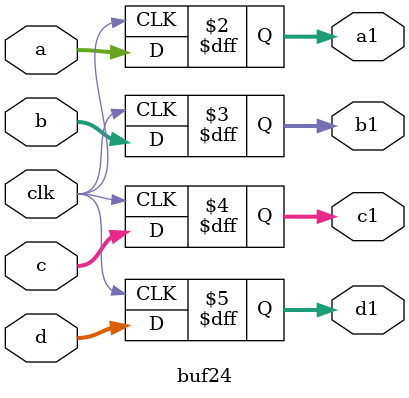
<source format=v>
`timescale 1ns / 1ps
module buf24(
    input [23:0] a,
    input [23:0] b,
    input [23:0] c,
    input [23:0] d,
    input clk,
    output reg [23:0] a1,
    output reg [23:0] b1,
    output reg [23:0] c1,
    output reg [23:0] d1
    );

always @(posedge clk) begin
a1<=a;
b1<=b;
c1<=c;
d1<=d;
end

endmodule

</source>
